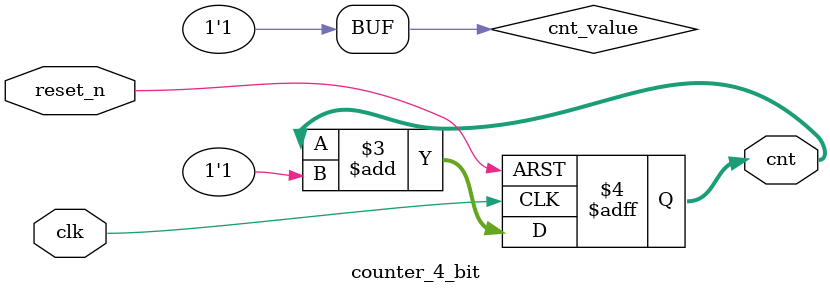
<source format=v>
 
module counter_4_bit(
    input clk,
    input reset_n,
    output [3:0] cnt
    );
     
    reg [3:0] cnt;
    wire cnt_value = 1;
    always @ (posedge clk or negedge reset_n) begin
        if(!reset_n) begin   // (~reset_n) , (reset_n == 0)
            cnt <= 4'b0;
        end
        else begin
            cnt <= cnt + cnt_value;
        end
    end
endmodule

</source>
